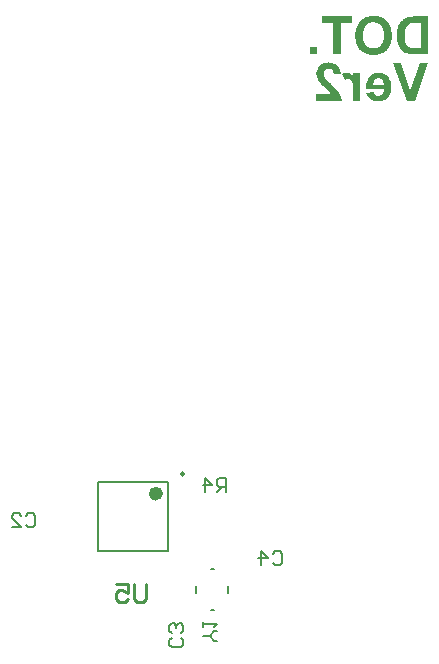
<source format=gbo>
G04*
G04 #@! TF.GenerationSoftware,Altium Limited,Altium Designer,18.1.7 (191)*
G04*
G04 Layer_Color=32896*
%FSLAX42Y42*%
%MOMM*%
G71*
G01*
G75*
%ADD10C,0.25*%
%ADD11C,0.20*%
%ADD13C,0.18*%
%ADD44C,0.25*%
%ADD45C,0.60*%
%ADD46C,0.15*%
G36*
X6353Y5805D02*
X6231D01*
X6219Y5805D01*
X6207Y5806D01*
X6197Y5807D01*
X6190Y5808D01*
X6183Y5809D01*
X6178Y5810D01*
X6177Y5811D01*
X6175D01*
X6175Y5811D01*
X6174D01*
X6164Y5815D01*
X6155Y5819D01*
X6147Y5823D01*
X6141Y5827D01*
X6136Y5831D01*
X6132Y5834D01*
X6130Y5836D01*
X6129Y5837D01*
X6121Y5845D01*
X6114Y5855D01*
X6108Y5864D01*
X6104Y5873D01*
X6100Y5882D01*
X6098Y5885D01*
X6097Y5888D01*
X6096Y5890D01*
X6095Y5892D01*
X6095Y5893D01*
Y5894D01*
X6091Y5905D01*
X6089Y5916D01*
X6087Y5927D01*
X6086Y5938D01*
X6085Y5943D01*
X6085Y5948D01*
Y5951D01*
X6085Y5955D01*
Y5958D01*
Y5960D01*
Y5961D01*
Y5962D01*
X6085Y5978D01*
X6086Y5992D01*
X6087Y5999D01*
X6088Y6005D01*
X6089Y6011D01*
X6090Y6016D01*
X6091Y6021D01*
X6092Y6025D01*
X6093Y6029D01*
X6093Y6032D01*
X6094Y6034D01*
X6095Y6036D01*
X6095Y6037D01*
Y6037D01*
X6099Y6048D01*
X6104Y6058D01*
X6110Y6067D01*
X6115Y6075D01*
X6119Y6081D01*
X6122Y6085D01*
X6125Y6088D01*
X6125Y6089D01*
X6126D01*
X6134Y6096D01*
X6141Y6102D01*
X6150Y6107D01*
X6157Y6112D01*
X6164Y6115D01*
X6169Y6117D01*
X6171Y6118D01*
X6172Y6118D01*
X6173Y6119D01*
X6174D01*
X6183Y6121D01*
X6192Y6122D01*
X6203Y6124D01*
X6212Y6124D01*
X6221Y6125D01*
X6225Y6125D01*
X6353D01*
Y5805D01*
D02*
G37*
G36*
X5704Y6071D02*
X5609D01*
Y5805D01*
X5544D01*
Y6071D01*
X5450D01*
Y6125D01*
X5704D01*
Y6071D01*
D02*
G37*
G36*
X5409Y5805D02*
X5347D01*
Y5866D01*
X5409D01*
Y5805D01*
D02*
G37*
G36*
X5902Y6131D02*
X5916Y6129D01*
X5927Y6127D01*
X5937Y6125D01*
X5942Y6123D01*
X5946Y6122D01*
X5949Y6121D01*
X5952Y6120D01*
X5954Y6119D01*
X5956Y6119D01*
X5957Y6118D01*
X5957D01*
X5966Y6114D01*
X5973Y6110D01*
X5980Y6105D01*
X5986Y6100D01*
X5992Y6096D01*
X5996Y6092D01*
X5998Y6090D01*
X5998Y6089D01*
X5999Y6089D01*
X6005Y6082D01*
X6011Y6074D01*
X6017Y6067D01*
X6021Y6060D01*
X6024Y6054D01*
X6027Y6049D01*
X6027Y6047D01*
X6028Y6046D01*
X6029Y6045D01*
Y6045D01*
X6033Y6032D01*
X6037Y6018D01*
X6039Y6004D01*
X6041Y5991D01*
X6042Y5985D01*
X6042Y5980D01*
X6042Y5975D01*
Y5971D01*
X6043Y5967D01*
Y5965D01*
Y5963D01*
Y5963D01*
X6042Y5949D01*
X6041Y5935D01*
X6039Y5923D01*
X6036Y5911D01*
X6033Y5901D01*
X6029Y5891D01*
X6026Y5882D01*
X6022Y5874D01*
X6018Y5866D01*
X6014Y5860D01*
X6010Y5855D01*
X6007Y5850D01*
X6004Y5847D01*
X6003Y5844D01*
X6001Y5843D01*
X6001Y5842D01*
X5992Y5834D01*
X5984Y5828D01*
X5975Y5822D01*
X5965Y5817D01*
X5956Y5813D01*
X5946Y5809D01*
X5937Y5807D01*
X5928Y5804D01*
X5920Y5802D01*
X5912Y5801D01*
X5905Y5800D01*
X5899Y5800D01*
X5894Y5799D01*
X5891Y5799D01*
X5887D01*
X5874Y5799D01*
X5862Y5801D01*
X5851Y5803D01*
X5840Y5806D01*
X5830Y5809D01*
X5821Y5813D01*
X5812Y5816D01*
X5805Y5820D01*
X5798Y5825D01*
X5792Y5828D01*
X5787Y5832D01*
X5783Y5835D01*
X5779Y5838D01*
X5777Y5840D01*
X5775Y5842D01*
X5775Y5842D01*
X5768Y5851D01*
X5761Y5860D01*
X5755Y5870D01*
X5750Y5880D01*
X5746Y5890D01*
X5743Y5900D01*
X5740Y5910D01*
X5737Y5920D01*
X5736Y5929D01*
X5735Y5938D01*
X5734Y5945D01*
X5733Y5951D01*
Y5957D01*
X5732Y5961D01*
Y5963D01*
Y5964D01*
X5733Y5979D01*
X5734Y5992D01*
X5736Y6005D01*
X5739Y6017D01*
X5742Y6027D01*
X5746Y6038D01*
X5749Y6047D01*
X5754Y6055D01*
X5758Y6062D01*
X5762Y6069D01*
X5765Y6074D01*
X5768Y6079D01*
X5771Y6082D01*
X5773Y6085D01*
X5774Y6086D01*
X5775Y6087D01*
X5783Y6094D01*
X5792Y6101D01*
X5801Y6107D01*
X5811Y6113D01*
X5820Y6117D01*
X5830Y6120D01*
X5839Y6123D01*
X5848Y6125D01*
X5856Y6127D01*
X5864Y6129D01*
X5871Y6130D01*
X5877Y6131D01*
X5881D01*
X5885Y6131D01*
X5888D01*
X5902Y6131D01*
D02*
G37*
G36*
X5514Y5734D02*
X5522Y5734D01*
X5536Y5731D01*
X5548Y5728D01*
X5554Y5726D01*
X5559Y5724D01*
X5563Y5722D01*
X5567Y5719D01*
X5571Y5718D01*
X5574Y5716D01*
X5576Y5714D01*
X5577Y5713D01*
X5578Y5713D01*
X5579Y5712D01*
X5584Y5708D01*
X5588Y5703D01*
X5593Y5698D01*
X5596Y5692D01*
X5602Y5680D01*
X5606Y5668D01*
X5608Y5662D01*
X5609Y5657D01*
X5611Y5652D01*
X5611Y5648D01*
X5612Y5644D01*
Y5642D01*
X5613Y5640D01*
Y5640D01*
X5551Y5634D01*
X5550Y5643D01*
X5549Y5651D01*
X5547Y5658D01*
X5544Y5663D01*
X5543Y5667D01*
X5541Y5670D01*
X5539Y5672D01*
X5539Y5672D01*
X5534Y5676D01*
X5529Y5679D01*
X5524Y5681D01*
X5519Y5682D01*
X5515Y5683D01*
X5511Y5684D01*
X5508D01*
X5501Y5683D01*
X5495Y5682D01*
X5490Y5680D01*
X5485Y5678D01*
X5482Y5676D01*
X5479Y5675D01*
X5478Y5673D01*
X5477Y5673D01*
X5474Y5668D01*
X5471Y5663D01*
X5469Y5658D01*
X5468Y5653D01*
X5467Y5648D01*
X5466Y5644D01*
Y5642D01*
Y5641D01*
Y5641D01*
X5467Y5634D01*
X5468Y5627D01*
X5470Y5621D01*
X5473Y5615D01*
X5475Y5610D01*
X5477Y5606D01*
X5479Y5604D01*
X5479Y5603D01*
X5481Y5600D01*
X5484Y5597D01*
X5488Y5593D01*
X5491Y5589D01*
X5500Y5581D01*
X5508Y5572D01*
X5516Y5563D01*
X5520Y5560D01*
X5524Y5557D01*
X5526Y5554D01*
X5528Y5552D01*
X5530Y5551D01*
X5530Y5551D01*
X5539Y5542D01*
X5548Y5533D01*
X5556Y5526D01*
X5563Y5519D01*
X5569Y5512D01*
X5575Y5505D01*
X5580Y5500D01*
X5584Y5494D01*
X5588Y5489D01*
X5591Y5485D01*
X5594Y5482D01*
X5595Y5479D01*
X5597Y5477D01*
X5598Y5475D01*
X5599Y5474D01*
Y5474D01*
X5605Y5463D01*
X5610Y5452D01*
X5613Y5442D01*
X5616Y5432D01*
X5618Y5424D01*
X5619Y5421D01*
X5619Y5418D01*
X5619Y5416D01*
X5620Y5414D01*
Y5413D01*
Y5413D01*
X5405D01*
Y5470D01*
X5527D01*
X5523Y5476D01*
X5519Y5481D01*
X5517Y5483D01*
X5516Y5485D01*
X5515Y5486D01*
X5514Y5486D01*
X5513Y5488D01*
X5511Y5490D01*
X5505Y5495D01*
X5499Y5501D01*
X5493Y5507D01*
X5487Y5513D01*
X5482Y5518D01*
X5480Y5519D01*
X5479Y5521D01*
X5478Y5521D01*
X5477Y5522D01*
X5467Y5532D01*
X5459Y5539D01*
X5452Y5547D01*
X5446Y5552D01*
X5442Y5557D01*
X5439Y5560D01*
X5438Y5563D01*
X5437Y5563D01*
X5431Y5571D01*
X5426Y5578D01*
X5422Y5585D01*
X5419Y5591D01*
X5416Y5596D01*
X5414Y5600D01*
X5413Y5603D01*
X5413Y5604D01*
X5410Y5611D01*
X5408Y5619D01*
X5407Y5625D01*
X5406Y5632D01*
X5405Y5637D01*
X5405Y5641D01*
Y5644D01*
Y5645D01*
X5405Y5652D01*
X5406Y5659D01*
X5407Y5665D01*
X5409Y5671D01*
X5414Y5682D01*
X5418Y5691D01*
X5421Y5695D01*
X5423Y5699D01*
X5426Y5702D01*
X5428Y5704D01*
X5430Y5706D01*
X5431Y5708D01*
X5432Y5708D01*
X5432Y5709D01*
X5437Y5713D01*
X5443Y5718D01*
X5449Y5721D01*
X5455Y5724D01*
X5467Y5728D01*
X5479Y5731D01*
X5485Y5732D01*
X5490Y5733D01*
X5494Y5734D01*
X5499Y5734D01*
X5502Y5735D01*
X5507D01*
X5514Y5734D01*
D02*
G37*
G36*
X6238Y5413D02*
X6168D01*
X6054Y5733D01*
X6123D01*
X6201Y5496D01*
X6283Y5733D01*
X6353D01*
X6238Y5413D01*
D02*
G37*
G36*
X5942Y5650D02*
X5950Y5649D01*
X5958Y5647D01*
X5965Y5645D01*
X5972Y5643D01*
X5978Y5640D01*
X5984Y5637D01*
X5989Y5634D01*
X5993Y5631D01*
X5998Y5627D01*
X6001Y5625D01*
X6004Y5622D01*
X6006Y5620D01*
X6008Y5619D01*
X6009Y5618D01*
X6010Y5617D01*
X6015Y5611D01*
X6019Y5604D01*
X6023Y5597D01*
X6027Y5589D01*
X6030Y5582D01*
X6032Y5574D01*
X6036Y5560D01*
X6037Y5553D01*
X6038Y5547D01*
X6039Y5541D01*
X6039Y5537D01*
X6040Y5532D01*
Y5529D01*
Y5527D01*
Y5527D01*
X6039Y5518D01*
X6039Y5509D01*
X6037Y5501D01*
X6036Y5494D01*
X6035Y5487D01*
X6032Y5480D01*
X6030Y5474D01*
X6028Y5469D01*
X6026Y5463D01*
X6024Y5459D01*
X6022Y5456D01*
X6021Y5452D01*
X6019Y5450D01*
X6018Y5448D01*
X6017Y5447D01*
X6017Y5447D01*
X6011Y5440D01*
X6005Y5434D01*
X5998Y5429D01*
X5991Y5424D01*
X5983Y5420D01*
X5976Y5417D01*
X5968Y5414D01*
X5961Y5413D01*
X5955Y5411D01*
X5948Y5410D01*
X5942Y5409D01*
X5937Y5408D01*
X5933D01*
X5930Y5408D01*
X5927D01*
X5914Y5408D01*
X5901Y5410D01*
X5891Y5413D01*
X5881Y5416D01*
X5877Y5418D01*
X5874Y5420D01*
X5871Y5421D01*
X5868Y5422D01*
X5867Y5424D01*
X5865Y5424D01*
X5864Y5425D01*
X5864D01*
X5855Y5432D01*
X5847Y5440D01*
X5841Y5449D01*
X5836Y5457D01*
X5831Y5465D01*
X5830Y5468D01*
X5829Y5471D01*
X5828Y5473D01*
X5827Y5475D01*
X5826Y5476D01*
Y5476D01*
X5887Y5487D01*
X5890Y5481D01*
X5892Y5475D01*
X5894Y5471D01*
X5897Y5467D01*
X5899Y5464D01*
X5901Y5463D01*
X5902Y5462D01*
X5903Y5461D01*
X5906Y5458D01*
X5911Y5457D01*
X5915Y5455D01*
X5918Y5454D01*
X5922Y5454D01*
X5924Y5453D01*
X5927D01*
X5934Y5454D01*
X5941Y5456D01*
X5948Y5458D01*
X5953Y5461D01*
X5957Y5463D01*
X5960Y5466D01*
X5962Y5468D01*
X5962Y5468D01*
X5967Y5474D01*
X5970Y5481D01*
X5973Y5488D01*
X5975Y5495D01*
X5976Y5501D01*
X5976Y5506D01*
X5977Y5508D01*
Y5509D01*
Y5510D01*
Y5511D01*
X5823D01*
Y5524D01*
X5824Y5535D01*
X5825Y5546D01*
X5827Y5557D01*
X5830Y5566D01*
X5832Y5575D01*
X5835Y5582D01*
X5837Y5589D01*
X5840Y5595D01*
X5843Y5601D01*
X5845Y5605D01*
X5848Y5609D01*
X5849Y5612D01*
X5851Y5614D01*
X5852Y5615D01*
X5852Y5615D01*
X5858Y5621D01*
X5864Y5627D01*
X5871Y5631D01*
X5877Y5635D01*
X5884Y5639D01*
X5891Y5642D01*
X5898Y5644D01*
X5904Y5646D01*
X5910Y5647D01*
X5916Y5648D01*
X5921Y5649D01*
X5925Y5650D01*
X5929Y5650D01*
X5934D01*
X5942Y5650D01*
D02*
G37*
G36*
X5672D02*
X5676Y5649D01*
X5681Y5648D01*
X5685Y5646D01*
X5688Y5645D01*
X5691Y5644D01*
X5692Y5643D01*
X5693Y5643D01*
X5697Y5639D01*
X5701Y5635D01*
X5706Y5630D01*
X5710Y5625D01*
X5713Y5619D01*
X5716Y5615D01*
X5718Y5613D01*
X5718Y5612D01*
Y5645D01*
X5775D01*
Y5413D01*
X5714D01*
Y5484D01*
Y5495D01*
Y5504D01*
X5713Y5513D01*
X5713Y5521D01*
Y5528D01*
X5712Y5534D01*
X5712Y5540D01*
X5712Y5545D01*
X5711Y5549D01*
X5711Y5553D01*
X5710Y5556D01*
Y5558D01*
X5710Y5559D01*
X5709Y5561D01*
Y5562D01*
X5707Y5568D01*
X5705Y5574D01*
X5703Y5578D01*
X5700Y5582D01*
X5699Y5584D01*
X5697Y5586D01*
X5696Y5587D01*
X5695Y5588D01*
X5692Y5590D01*
X5688Y5592D01*
X5684Y5593D01*
X5681Y5594D01*
X5678Y5594D01*
X5675Y5595D01*
X5674D01*
X5668Y5594D01*
X5663Y5594D01*
X5659Y5592D01*
X5654Y5590D01*
X5650Y5588D01*
X5648Y5586D01*
X5645Y5585D01*
X5645Y5585D01*
X5625Y5638D01*
X5633Y5642D01*
X5640Y5645D01*
X5647Y5647D01*
X5653Y5649D01*
X5658Y5650D01*
X5662Y5650D01*
X5666D01*
X5672Y5650D01*
D02*
G37*
%LPC*%
G36*
X6288Y6071D02*
X6246D01*
X6240Y6070D01*
X6234D01*
X6229Y6070D01*
X6225D01*
X6221Y6069D01*
X6218D01*
X6213Y6069D01*
X6209Y6068D01*
X6207Y6068D01*
X6206D01*
X6200Y6066D01*
X6194Y6063D01*
X6189Y6061D01*
X6185Y6058D01*
X6181Y6056D01*
X6178Y6054D01*
X6177Y6053D01*
X6177Y6052D01*
X6172Y6048D01*
X6169Y6043D01*
X6166Y6038D01*
X6163Y6033D01*
X6161Y6028D01*
X6160Y6025D01*
X6159Y6022D01*
X6158Y6022D01*
Y6021D01*
X6156Y6013D01*
X6154Y6004D01*
X6153Y5994D01*
X6152Y5985D01*
X6152Y5977D01*
X6151Y5974D01*
Y5970D01*
Y5968D01*
Y5966D01*
Y5965D01*
Y5964D01*
X6152Y5951D01*
X6152Y5939D01*
X6154Y5930D01*
X6154Y5921D01*
X6156Y5914D01*
X6156Y5912D01*
X6157Y5910D01*
X6158Y5908D01*
Y5907D01*
X6158Y5906D01*
Y5906D01*
X6161Y5898D01*
X6163Y5892D01*
X6166Y5887D01*
X6169Y5883D01*
X6171Y5879D01*
X6173Y5877D01*
X6174Y5876D01*
X6175Y5875D01*
X6179Y5872D01*
X6183Y5869D01*
X6187Y5867D01*
X6191Y5865D01*
X6195Y5864D01*
X6198Y5863D01*
X6200Y5862D01*
X6201D01*
X6206Y5861D01*
X6212Y5860D01*
X6218Y5859D01*
X6225D01*
X6231Y5859D01*
X6288D01*
Y6071D01*
D02*
G37*
G36*
X5891Y6076D02*
X5887D01*
X5880Y6075D01*
X5873Y6075D01*
X5867Y6074D01*
X5861Y6072D01*
X5850Y6067D01*
X5845Y6065D01*
X5841Y6063D01*
X5836Y6060D01*
X5833Y6057D01*
X5830Y6055D01*
X5828Y6053D01*
X5826Y6051D01*
X5824Y6050D01*
X5824Y6049D01*
X5824Y6049D01*
X5819Y6043D01*
X5815Y6037D01*
X5812Y6031D01*
X5809Y6024D01*
X5805Y6010D01*
X5802Y5997D01*
X5801Y5991D01*
X5800Y5985D01*
X5800Y5980D01*
X5799Y5975D01*
X5799Y5971D01*
Y5968D01*
Y5966D01*
Y5966D01*
X5799Y5956D01*
X5800Y5946D01*
X5801Y5937D01*
X5803Y5929D01*
X5805Y5921D01*
X5807Y5914D01*
X5809Y5908D01*
X5812Y5903D01*
X5814Y5898D01*
X5816Y5894D01*
X5818Y5890D01*
X5820Y5887D01*
X5822Y5884D01*
X5823Y5883D01*
X5824Y5882D01*
X5824Y5882D01*
X5829Y5876D01*
X5834Y5872D01*
X5839Y5869D01*
X5844Y5865D01*
X5850Y5863D01*
X5855Y5861D01*
X5865Y5858D01*
X5874Y5855D01*
X5878Y5855D01*
X5881Y5854D01*
X5884Y5854D01*
X5887D01*
X5894Y5854D01*
X5901Y5855D01*
X5908Y5857D01*
X5914Y5858D01*
X5925Y5863D01*
X5934Y5868D01*
X5938Y5870D01*
X5941Y5873D01*
X5944Y5876D01*
X5947Y5878D01*
X5948Y5879D01*
X5950Y5881D01*
X5951Y5882D01*
X5951Y5882D01*
X5955Y5888D01*
X5960Y5894D01*
X5963Y5900D01*
X5966Y5907D01*
X5970Y5920D01*
X5973Y5934D01*
X5974Y5940D01*
X5975Y5946D01*
X5975Y5951D01*
X5976Y5956D01*
X5976Y5960D01*
Y5963D01*
Y5964D01*
Y5965D01*
X5976Y5975D01*
X5975Y5984D01*
X5974Y5993D01*
X5973Y6001D01*
X5971Y6009D01*
X5969Y6016D01*
X5967Y6022D01*
X5964Y6027D01*
X5962Y6032D01*
X5960Y6037D01*
X5958Y6040D01*
X5956Y6043D01*
X5955Y6045D01*
X5953Y6047D01*
X5953Y6048D01*
X5952Y6048D01*
X5948Y6053D01*
X5942Y6057D01*
X5937Y6061D01*
X5932Y6064D01*
X5926Y6067D01*
X5921Y6069D01*
X5911Y6073D01*
X5901Y6075D01*
X5898Y6075D01*
X5894Y6075D01*
X5891Y6076D01*
D02*
G37*
G36*
X5933Y5603D02*
X5930D01*
X5923Y5602D01*
X5917Y5600D01*
X5911Y5598D01*
X5907Y5596D01*
X5903Y5593D01*
X5900Y5591D01*
X5899Y5589D01*
X5898Y5588D01*
X5894Y5583D01*
X5890Y5576D01*
X5888Y5569D01*
X5886Y5563D01*
X5885Y5557D01*
X5885Y5552D01*
X5884Y5551D01*
Y5550D01*
Y5549D01*
Y5548D01*
X5976D01*
X5975Y5557D01*
X5974Y5565D01*
X5972Y5572D01*
X5969Y5577D01*
X5967Y5582D01*
X5965Y5585D01*
X5963Y5588D01*
X5963Y5588D01*
X5958Y5593D01*
X5952Y5597D01*
X5947Y5599D01*
X5942Y5601D01*
X5937Y5602D01*
X5933Y5603D01*
D02*
G37*
%LPD*%
D10*
X3960Y1322D02*
Y1195D01*
X3935Y1170D01*
X3884D01*
X3858Y1195D01*
Y1322D01*
X3706D02*
X3808D01*
Y1246D01*
X3757Y1272D01*
X3731D01*
X3706Y1246D01*
Y1195D01*
X3731Y1170D01*
X3782D01*
X3808Y1195D01*
D11*
X4145Y1595D02*
Y2185D01*
X3555Y1595D02*
Y2185D01*
X4145D01*
X3555Y1595D02*
X4145D01*
D13*
X5033Y1577D02*
X5053Y1597D01*
X5093D01*
X5112Y1577D01*
Y1497D01*
X5093Y1477D01*
X5053D01*
X5033Y1497D01*
X4933Y1477D02*
Y1597D01*
X4993Y1537D01*
X4913D01*
X4258Y865D02*
X4278Y845D01*
Y805D01*
X4258Y785D01*
X4178D01*
X4158Y805D01*
Y845D01*
X4178Y865D01*
X4258Y905D02*
X4278Y925D01*
Y965D01*
X4258Y985D01*
X4238D01*
X4218Y965D01*
Y945D01*
Y965D01*
X4198Y985D01*
X4178D01*
X4158Y965D01*
Y925D01*
X4178Y905D01*
X4560Y838D02*
X4540D01*
X4500Y878D01*
X4540Y918D01*
X4560D01*
X4500Y878D02*
X4440D01*
Y958D02*
Y998D01*
Y978D01*
X4560D01*
X4540Y958D01*
X4642Y2098D02*
Y2217D01*
X4583D01*
X4563Y2197D01*
Y2157D01*
X4583Y2137D01*
X4642D01*
X4603D02*
X4563Y2098D01*
X4463D02*
Y2217D01*
X4523Y2157D01*
X4443D01*
X2943Y1897D02*
X2963Y1917D01*
X3003D01*
X3023Y1897D01*
Y1817D01*
X3003Y1798D01*
X2963D01*
X2943Y1817D01*
X2823Y1798D02*
X2903D01*
X2823Y1877D01*
Y1897D01*
X2843Y1917D01*
X2883D01*
X2903Y1897D01*
D44*
X4283Y2252D02*
G03*
X4283Y2252I-12J0D01*
G01*
D45*
X4075Y2085D02*
G03*
X4075Y2085I-30J0D01*
G01*
D46*
X4388Y1245D02*
Y1300D01*
X4510Y1102D02*
X4535D01*
X4510Y1443D02*
X4535D01*
X4658Y1245D02*
Y1300D01*
M02*

</source>
